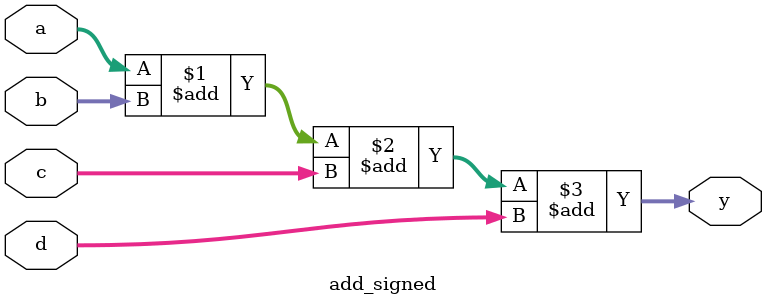
<source format=v>
module add_signed(
	input  signed [7:0] a, b, c, d,
	output signed [9:0] y
);
	assign y = a + b + c + d;
endmodule

</source>
